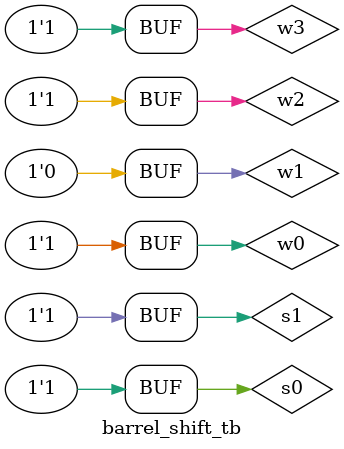
<source format=v>
module mux41(a, b, c, d, s0, s1 ,out);
    output out;
    input a, b, c, d, s0, s1;
    wire s0bar, s1bar, T1, T2, T3;
    assign s1bar= ~s1;
    assign s0bar= ~s0;
    
    and(T1, a, s0bar, s1bar);
    and(T2, b, s0, s1bar);
    and(T3, c, s0bar, s1);
    and(T4, d, s0, s1);
    or(out, T1, T2, T3, T4);
endmodule

module barrel_shift(w0,w1,w2,w3,s0,s1,y0,y1,y2,y3);
    input w0,w1,w2,w3,s0,s1;
    output y0,y1,y2,y3;

   mux41 a(w1,1'b0,w1,w3,s0,s1,y0);
   mux41 b(w2,w0,w2,w0,s0,s1,y1);
   mux41 c(w3,w1,w3,w1,s0,s1,y2);
   mux41 d(1'b0,w2,w0,w2,s0,s1,y3);
   
endmodule

module barrel_shift_tb();
    reg w0,w1,w2,w3,s0,s1;
    wire y0,y1,y2,y3;

    barrel_shift c(w0,w1,w2,w3,s0,s1,y0,y1,y2,y3);

    initial begin
	    #0   w0=1;w1=0;w2=1;w3=1;s0=0;s1=0;
        #10  w0=1;w1=0;w2=1;w3=1;s0=1;s1=0;
        #20  w0=1;w1=0;w2=1;w3=1;s0=0;s1=1;
        #30  w0=1;w1=0;w2=1;w3=1;s0=1;s1=1;
    end
	
	initial 
	begin
        $monitor("%b%b%b%b--->%b%b%b%b for %b%b ",w3,w2,w1,w0,y3,y2,y1,y0,s1,s0);
		$dumpfile("barrel_shifter2.vcd");
        $dumpvars(0,barrel_shift_tb);
	end
endmodule
</source>
